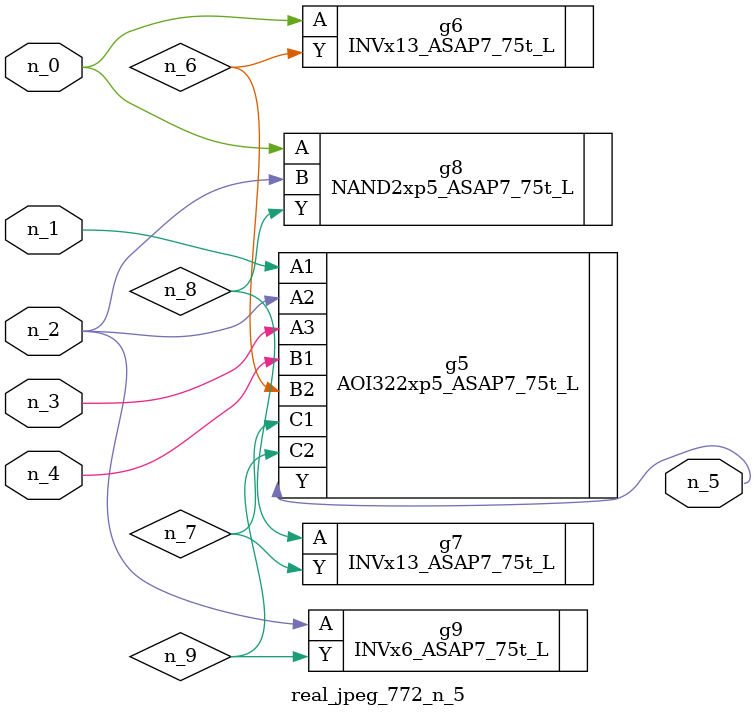
<source format=v>
module real_jpeg_772_n_5 (n_4, n_0, n_1, n_2, n_3, n_5);

input n_4;
input n_0;
input n_1;
input n_2;
input n_3;

output n_5;

wire n_8;
wire n_6;
wire n_7;
wire n_9;

INVx13_ASAP7_75t_L g6 ( 
.A(n_0),
.Y(n_6)
);

NAND2xp5_ASAP7_75t_L g8 ( 
.A(n_0),
.B(n_2),
.Y(n_8)
);

AOI322xp5_ASAP7_75t_L g5 ( 
.A1(n_1),
.A2(n_2),
.A3(n_3),
.B1(n_4),
.B2(n_6),
.C1(n_7),
.C2(n_9),
.Y(n_5)
);

INVx6_ASAP7_75t_L g9 ( 
.A(n_2),
.Y(n_9)
);

INVx13_ASAP7_75t_L g7 ( 
.A(n_8),
.Y(n_7)
);


endmodule
</source>
